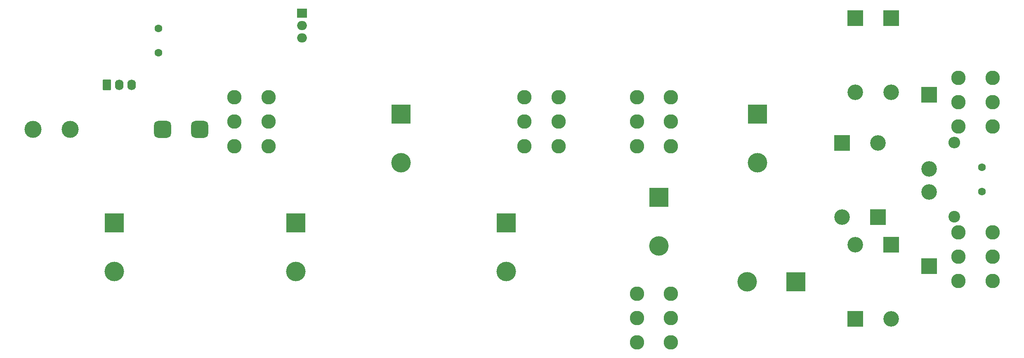
<source format=gbr>
%TF.GenerationSoftware,KiCad,Pcbnew,7.0.7*%
%TF.CreationDate,2025-01-28T13:25:58-05:00*%
%TF.ProjectId,s100 power,73313030-2070-46f7-9765-722e6b696361,rev?*%
%TF.SameCoordinates,Original*%
%TF.FileFunction,Copper,L1,Top*%
%TF.FilePolarity,Positive*%
%FSLAX46Y46*%
G04 Gerber Fmt 4.6, Leading zero omitted, Abs format (unit mm)*
G04 Created by KiCad (PCBNEW 7.0.7) date 2025-01-28 13:25:58*
%MOMM*%
%LPD*%
G01*
G04 APERTURE LIST*
G04 Aperture macros list*
%AMRoundRect*
0 Rectangle with rounded corners*
0 $1 Rounding radius*
0 $2 $3 $4 $5 $6 $7 $8 $9 X,Y pos of 4 corners*
0 Add a 4 corners polygon primitive as box body*
4,1,4,$2,$3,$4,$5,$6,$7,$8,$9,$2,$3,0*
0 Add four circle primitives for the rounded corners*
1,1,$1+$1,$2,$3*
1,1,$1+$1,$4,$5*
1,1,$1+$1,$6,$7*
1,1,$1+$1,$8,$9*
0 Add four rect primitives between the rounded corners*
20,1,$1+$1,$2,$3,$4,$5,0*
20,1,$1+$1,$4,$5,$6,$7,0*
20,1,$1+$1,$6,$7,$8,$9,0*
20,1,$1+$1,$8,$9,$2,$3,0*%
G04 Aperture macros list end*
%TA.AperFunction,ComponentPad*%
%ADD10C,2.970000*%
%TD*%
%TA.AperFunction,ComponentPad*%
%ADD11R,4.000000X4.000000*%
%TD*%
%TA.AperFunction,ComponentPad*%
%ADD12C,4.000000*%
%TD*%
%TA.AperFunction,ComponentPad*%
%ADD13R,3.200000X3.200000*%
%TD*%
%TA.AperFunction,ComponentPad*%
%ADD14O,3.200000X3.200000*%
%TD*%
%TA.AperFunction,ComponentPad*%
%ADD15C,1.600000*%
%TD*%
%TA.AperFunction,ComponentPad*%
%ADD16R,2.000000X1.905000*%
%TD*%
%TA.AperFunction,ComponentPad*%
%ADD17O,2.000000X1.905000*%
%TD*%
%TA.AperFunction,ComponentPad*%
%ADD18RoundRect,0.875000X0.875000X0.875000X-0.875000X0.875000X-0.875000X-0.875000X0.875000X-0.875000X0*%
%TD*%
%TA.AperFunction,ComponentPad*%
%ADD19C,3.500000*%
%TD*%
%TA.AperFunction,ComponentPad*%
%ADD20C,2.400000*%
%TD*%
%TA.AperFunction,ComponentPad*%
%ADD21O,2.400000X2.400000*%
%TD*%
%TA.AperFunction,ComponentPad*%
%ADD22RoundRect,0.250000X-0.620000X-0.845000X0.620000X-0.845000X0.620000X0.845000X-0.620000X0.845000X0*%
%TD*%
%TA.AperFunction,ComponentPad*%
%ADD23O,1.740000X2.190000*%
%TD*%
G04 APERTURE END LIST*
D10*
%TO.P,J3,1_1,1*%
%TO.N,+8V*%
X143051504Y-86421725D03*
%TO.P,J3,1_2,1__1*%
X136041504Y-86421725D03*
%TO.P,J3,1_3,1__2*%
X143051504Y-91426725D03*
%TO.P,J3,1_4,1__3*%
X136041504Y-91426725D03*
%TO.P,J3,1_5,1__4*%
X143051504Y-96431725D03*
%TO.P,J3,1_6,1__5*%
X136041504Y-96431725D03*
%TD*%
D11*
%TO.P,C2,1*%
%TO.N,+8V*%
X89123330Y-112241097D03*
D12*
%TO.P,C2,2*%
%TO.N,GND*%
X89123330Y-122241097D03*
%TD*%
D13*
%TO.P,D8,1,K*%
%TO.N,Net-(D6-A)*%
X201208546Y-95824384D03*
D14*
%TO.P,D8,2,A*%
%TO.N,-15V*%
X201208546Y-111064384D03*
%TD*%
D10*
%TO.P,J2,1_1,1*%
%TO.N,/Secondary 2*%
X232151925Y-82421725D03*
%TO.P,J2,1_2,1__1*%
X225141925Y-82421725D03*
%TO.P,J2,1_3,1__2*%
X232151925Y-87426725D03*
%TO.P,J2,1_4,1__3*%
X225141925Y-87426725D03*
%TO.P,J2,1_5,1__4*%
X232151925Y-92431725D03*
%TO.P,J2,1_6,1__5*%
X225141925Y-92431725D03*
%TD*%
D11*
%TO.P,C1,1*%
%TO.N,+8V*%
X132365348Y-112241097D03*
D12*
%TO.P,C1,2*%
%TO.N,GND*%
X132365348Y-122241097D03*
%TD*%
D10*
%TO.P,J5,1_1,1*%
%TO.N,+15V*%
X166152740Y-86421725D03*
%TO.P,J5,1_2,1__1*%
X159142740Y-86421725D03*
%TO.P,J5,1_3,1__2*%
X166152740Y-91426725D03*
%TO.P,J5,1_4,1__3*%
X159142740Y-91426725D03*
%TO.P,J5,1_5,1__4*%
X166152740Y-96431725D03*
%TO.P,J5,1_6,1__5*%
X159142740Y-96431725D03*
%TD*%
D11*
%TO.P,C6,1*%
%TO.N,GND*%
X163660930Y-106972444D03*
D12*
%TO.P,C6,2*%
%TO.N,-15V*%
X163660930Y-116972444D03*
%TD*%
D10*
%TO.P,J1,1_1,1*%
%TO.N,/Secondary 1*%
X232151925Y-114164962D03*
%TO.P,J1,1_2,1__1*%
X225141925Y-114164962D03*
%TO.P,J1,1_3,1__2*%
X232151925Y-119169962D03*
%TO.P,J1,1_4,1__3*%
X225141925Y-119169962D03*
%TO.P,J1,1_5,1__4*%
X232151925Y-124174962D03*
%TO.P,J1,1_6,1__5*%
X225141925Y-124174962D03*
%TD*%
D15*
%TO.P,C9,1*%
%TO.N,+12V*%
X60958683Y-77250621D03*
%TO.P,C9,2*%
%TO.N,/Fused GND*%
X60958683Y-72250621D03*
%TD*%
D16*
%TO.P,U1,1,VI*%
%TO.N,+15V*%
X90387545Y-69099803D03*
D17*
%TO.P,U1,2,GND*%
%TO.N,/Fused GND*%
X90387545Y-71639803D03*
%TO.P,U1,3,VO*%
%TO.N,+12V*%
X90387545Y-74179803D03*
%TD*%
D18*
%TO.P,F1,1*%
%TO.N,/Fused GND*%
X69411218Y-92977499D03*
X61791218Y-92977499D03*
D19*
%TO.P,F1,2*%
%TO.N,GND*%
X42821218Y-92977499D03*
X35201218Y-92977499D03*
%TD*%
D11*
%TO.P,C8,1*%
%TO.N,+8V*%
X51937228Y-112254240D03*
D12*
%TO.P,C8,2*%
%TO.N,GND*%
X51937228Y-122254240D03*
%TD*%
D11*
%TO.P,C4,1*%
%TO.N,/Secondary 1*%
X191778048Y-124332255D03*
D12*
%TO.P,C4,2*%
%TO.N,Net-(D5-A)*%
X181778048Y-124332255D03*
%TD*%
D13*
%TO.P,D1,1,K*%
%TO.N,/Secondary 1*%
X219084144Y-121134668D03*
D14*
%TO.P,D1,2,A*%
%TO.N,GND*%
X219084144Y-105894668D03*
%TD*%
D15*
%TO.P,C7,1*%
%TO.N,/Secondary 1*%
X229935551Y-105766044D03*
%TO.P,C7,2*%
%TO.N,/Secondary 2*%
X229935551Y-100766044D03*
%TD*%
D11*
%TO.P,C5,1*%
%TO.N,/Secondary 2*%
X183927532Y-89874830D03*
D12*
%TO.P,C5,2*%
%TO.N,Net-(D6-A)*%
X183927532Y-99874830D03*
%TD*%
D13*
%TO.P,D2,1,K*%
%TO.N,/Secondary 2*%
X219084144Y-85881828D03*
D14*
%TO.P,D2,2,A*%
%TO.N,GND*%
X219084144Y-101121828D03*
%TD*%
D20*
%TO.P,R1,1*%
%TO.N,/Secondary 1*%
X224266068Y-110909979D03*
D21*
%TO.P,R1,2*%
%TO.N,/Secondary 2*%
X224266068Y-95669979D03*
%TD*%
D10*
%TO.P,J4,1_1,1*%
%TO.N,/Fused GND*%
X83563668Y-86421725D03*
%TO.P,J4,1_2,1__1*%
X76553668Y-86421725D03*
%TO.P,J4,1_3,1__2*%
X83563668Y-91426725D03*
%TO.P,J4,1_4,1__3*%
X76553668Y-91426725D03*
%TO.P,J4,1_5,1__4*%
X83563668Y-96431725D03*
%TO.P,J4,1_6,1__5*%
X76553668Y-96431725D03*
%TD*%
%TO.P,J6,1_1,1*%
%TO.N,-15V*%
X166152740Y-126744735D03*
%TO.P,J6,1_2,1__1*%
X159142740Y-126744735D03*
%TO.P,J6,1_3,1__2*%
X166152740Y-131749735D03*
%TO.P,J6,1_4,1__3*%
X159142740Y-131749735D03*
%TO.P,J6,1_5,1__4*%
X166152740Y-136754735D03*
%TO.P,J6,1_6,1__5*%
X159142740Y-136754735D03*
%TD*%
D13*
%TO.P,D6,1,K*%
%TO.N,GND*%
X208602405Y-111057823D03*
D14*
%TO.P,D6,2,A*%
%TO.N,Net-(D6-A)*%
X208602405Y-95817823D03*
%TD*%
D13*
%TO.P,D7,1,K*%
%TO.N,Net-(D5-A)*%
X203950028Y-131915749D03*
D14*
%TO.P,D7,2,A*%
%TO.N,-15V*%
X203950028Y-116675749D03*
%TD*%
D11*
%TO.P,C3,1*%
%TO.N,+15V*%
X110733720Y-89874830D03*
D12*
%TO.P,C3,2*%
%TO.N,+8V*%
X110733720Y-99874830D03*
%TD*%
D22*
%TO.P,J7,1,Pin_1*%
%TO.N,/Fused GND*%
X50408704Y-83895128D03*
D23*
%TO.P,J7,2,Pin_2*%
%TO.N,+12V*%
X52948704Y-83895128D03*
%TO.P,J7,3,Pin_3*%
%TO.N,unconnected-(J7-Pin_3-Pad3)*%
X55488704Y-83895128D03*
%TD*%
D13*
%TO.P,D3,1,K*%
%TO.N,+15V*%
X203950028Y-70145419D03*
D14*
%TO.P,D3,2,A*%
%TO.N,/Secondary 1*%
X203950028Y-85385419D03*
%TD*%
D13*
%TO.P,D5,1,K*%
%TO.N,GND*%
X211347494Y-116682656D03*
D14*
%TO.P,D5,2,A*%
%TO.N,Net-(D5-A)*%
X211347494Y-131922656D03*
%TD*%
D13*
%TO.P,D4,1,K*%
%TO.N,+15V*%
X211347494Y-70145419D03*
D14*
%TO.P,D4,2,A*%
%TO.N,/Secondary 2*%
X211347494Y-85385419D03*
%TD*%
M02*

</source>
